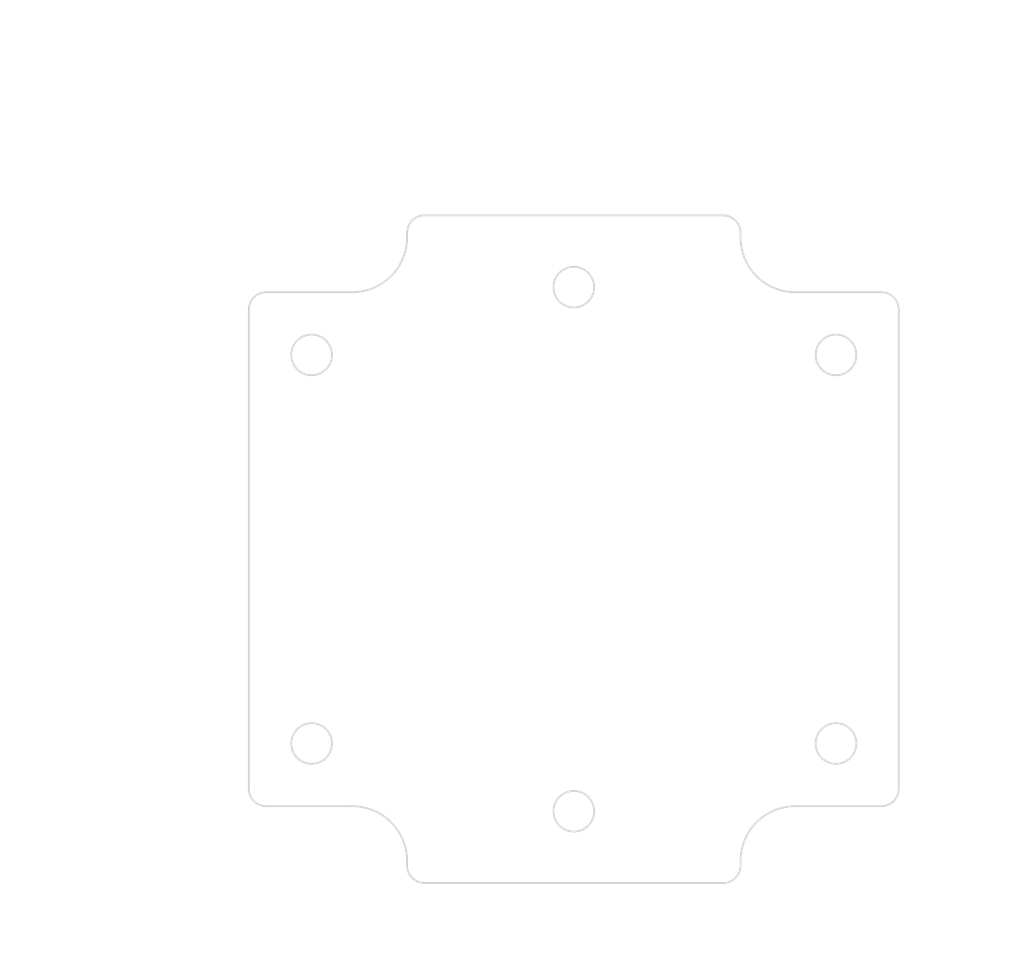
<source format=kicad_pcb>
(kicad_pcb (version 20171130) (host pcbnew "(5.1.0)-1")

  (general
    (thickness 1.6)
    (drawings 81)
    (tracks 0)
    (zones 0)
    (modules 0)
    (nets 1)
  )

  (page A4)
  (layers
    (0 F.Cu signal)
    (31 B.Cu signal)
    (32 B.Adhes user)
    (33 F.Adhes user)
    (34 B.Paste user)
    (35 F.Paste user)
    (36 B.SilkS user)
    (37 F.SilkS user)
    (38 B.Mask user)
    (39 F.Mask user)
    (40 Dwgs.User user)
    (41 Cmts.User user)
    (42 Eco1.User user)
    (43 Eco2.User user)
    (44 Edge.Cuts user)
    (45 Margin user)
    (46 B.CrtYd user)
    (47 F.CrtYd user)
    (48 B.Fab user)
    (49 F.Fab user)
  )

  (setup
    (last_trace_width 0.25)
    (trace_clearance 0.2)
    (zone_clearance 0.508)
    (zone_45_only no)
    (trace_min 0.2)
    (via_size 0.8)
    (via_drill 0.4)
    (via_min_size 0.4)
    (via_min_drill 0.3)
    (uvia_size 0.3)
    (uvia_drill 0.1)
    (uvias_allowed no)
    (uvia_min_size 0.2)
    (uvia_min_drill 0.1)
    (edge_width 0.05)
    (segment_width 0.2)
    (pcb_text_width 0.3)
    (pcb_text_size 1.5 1.5)
    (mod_edge_width 0.12)
    (mod_text_size 1 1)
    (mod_text_width 0.15)
    (pad_size 1.524 1.524)
    (pad_drill 0.762)
    (pad_to_mask_clearance 0.051)
    (solder_mask_min_width 0.25)
    (aux_axis_origin 0 0)
    (visible_elements FFFFFF7F)
    (pcbplotparams
      (layerselection 0x010fc_ffffffff)
      (usegerberextensions false)
      (usegerberattributes false)
      (usegerberadvancedattributes false)
      (creategerberjobfile false)
      (excludeedgelayer true)
      (linewidth 0.152400)
      (plotframeref false)
      (viasonmask false)
      (mode 1)
      (useauxorigin false)
      (hpglpennumber 1)
      (hpglpenspeed 20)
      (hpglpendiameter 15.000000)
      (psnegative false)
      (psa4output false)
      (plotreference true)
      (plotvalue true)
      (plotinvisibletext false)
      (padsonsilk false)
      (subtractmaskfromsilk false)
      (outputformat 1)
      (mirror false)
      (drillshape 1)
      (scaleselection 1)
      (outputdirectory ""))
  )

  (net 0 "")

  (net_class Default "This is the default net class."
    (clearance 0.2)
    (trace_width 0.25)
    (via_dia 0.8)
    (via_drill 0.4)
    (uvia_dia 0.3)
    (uvia_drill 0.1)
  )

  (gr_line (start 170.105192 138.609566) (end 170.105192 139.109566) (layer Edge.Cuts) (width 0.2))
  (gr_arc (start 168.163754 139.109566) (end 168.163754 141.051004) (angle -90) (layer Edge.Cuts) (width 0.2))
  (gr_line (start 168.163754 141.051004) (end 135.163754 141.051004) (layer Edge.Cuts) (width 0.2))
  (gr_circle (center 151.663754 133.109566) (end 153.913754 133.109566) (layer Edge.Cuts) (width 0.2))
  (gr_line (start 187.605192 130.609566) (end 187.605192 77.609566) (layer Edge.Cuts) (width 0.2))
  (gr_arc (start 185.663754 130.609566) (end 185.663754 132.551004) (angle -90) (layer Edge.Cuts) (width 0.2))
  (gr_line (start 185.663754 132.551004) (end 176.163754 132.551004) (layer Edge.Cuts) (width 0.2))
  (gr_arc (start 176.163754 138.609566) (end 176.163754 132.551004) (angle -90) (layer Edge.Cuts) (width 0.2))
  (gr_circle (center 180.663754 125.609566) (end 182.913754 125.609566) (layer Edge.Cuts) (width 0.2))
  (gr_line (start 133.222316 138.609566) (end 133.222316 139.109566) (layer Edge.Cuts) (width 0.2))
  (gr_arc (start 135.163754 139.109566) (end 133.222316 139.109566) (angle -90) (layer Edge.Cuts) (width 0.2))
  (gr_line (start 115.722316 77.609566) (end 115.722316 130.609566) (layer Edge.Cuts) (width 0.2))
  (gr_arc (start 117.663754 130.609566) (end 115.722316 130.609566) (angle -90) (layer Edge.Cuts) (width 0.2))
  (gr_line (start 117.663754 132.551004) (end 127.163754 132.551004) (layer Edge.Cuts) (width 0.2))
  (gr_arc (start 127.163754 138.609566) (end 133.222316 138.609566) (angle -90) (layer Edge.Cuts) (width 0.2))
  (gr_circle (center 122.663754 125.609566) (end 124.913754 125.609566) (layer Edge.Cuts) (width 0.2))
  (gr_line (start 170.105192 69.609566) (end 170.105192 69.109566) (layer Edge.Cuts) (width 0.2))
  (gr_arc (start 168.163754 69.109566) (end 170.105192 69.109566) (angle -90) (layer Edge.Cuts) (width 0.2))
  (gr_line (start 168.163754 67.168128) (end 135.163754 67.168128) (layer Edge.Cuts) (width 0.2))
  (gr_circle (center 151.663754 75.109566) (end 153.913754 75.109566) (layer Edge.Cuts) (width 0.2))
  (gr_arc (start 185.663754 77.609566) (end 187.605192 77.609566) (angle -90) (layer Edge.Cuts) (width 0.2))
  (gr_line (start 185.663754 75.668128) (end 176.163754 75.668128) (layer Edge.Cuts) (width 0.2))
  (gr_arc (start 176.163754 69.609566) (end 170.105192 69.609566) (angle -90) (layer Edge.Cuts) (width 0.2))
  (gr_circle (center 180.663754 82.609566) (end 182.913754 82.609566) (layer Edge.Cuts) (width 0.2))
  (gr_line (start 133.222316 69.609566) (end 133.222316 69.109566) (layer Edge.Cuts) (width 0.2))
  (gr_arc (start 135.163754 69.109566) (end 135.163754 67.168128) (angle -90) (layer Edge.Cuts) (width 0.2))
  (gr_arc (start 117.663754 77.609566) (end 117.663754 75.668128) (angle -90) (layer Edge.Cuts) (width 0.2))
  (gr_line (start 117.663754 75.668128) (end 127.163754 75.668128) (layer Edge.Cuts) (width 0.2))
  (gr_arc (start 127.163754 69.609566) (end 127.163754 75.668128) (angle -90) (layer Edge.Cuts) (width 0.2))
  (gr_circle (center 122.663754 82.609566) (end 124.913754 82.609566) (layer Edge.Cuts) (width 0.2))
  (gr_line (start 180.663754 125.699566) (end 180.663754 125.519566) (layer Dwgs.User) (width 0.2))
  (gr_line (start 180.573754 125.609566) (end 180.753754 125.609566) (layer Dwgs.User) (width 0.2))
  (gr_text " ∅4.50\n[∅0.18]" (at 196.672572 133.978986) (layer Dwgs.User)
    (effects (font (size 1.7 1.53) (thickness 0.2125)))
  )
  (gr_line (start 190.135703 133.978986) (end 183.848593 128.423691) (layer Dwgs.User) (width 0.2))
  (gr_line (start 192.135703 133.978986) (end 190.135703 133.978986) (layer Dwgs.User) (width 0.2))
  (gr_text [R0.24] (at 188.962505 144.656001) (layer Dwgs.User)
    (effects (font (size 1.7 1.53) (thickness 0.2125)))
  )
  (gr_text " R6.06" (at 188.962505 141.098565) (layer Dwgs.User)
    (effects (font (size 1.7 1.53) (thickness 0.2125)))
  )
  (gr_line (start 182.491734 142.76654) (end 172.771644 136.381222) (layer Dwgs.User) (width 0.2))
  (gr_line (start 184.491734 142.76654) (end 182.491734 142.76654) (layer Dwgs.User) (width 0.2))
  (gr_text [2.28] (at 151.663754 149.499027) (layer Dwgs.User)
    (effects (font (size 1.7 1.53) (thickness 0.2125)))
  )
  (gr_text " 58.00" (at 151.663754 145.941592) (layer Dwgs.User)
    (effects (font (size 1.7 1.53) (thickness 0.2125)))
  )
  (gr_line (start 178.663754 147.609566) (end 155.708365 147.609566) (layer Dwgs.User) (width 0.2))
  (gr_line (start 124.663754 147.609566) (end 147.619143 147.609566) (layer Dwgs.User) (width 0.2))
  (gr_line (start 180.663754 126.609566) (end 180.663754 150.784566) (layer Dwgs.User) (width 0.2))
  (gr_line (start 122.663754 126.609566) (end 122.663754 150.784566) (layer Dwgs.User) (width 0.2))
  (gr_text [2.28] (at 99.663754 110.199352) (layer Dwgs.User)
    (effects (font (size 1.7 1.53) (thickness 0.2125)))
  )
  (gr_text " 58.00" (at 99.663754 106.641917) (layer Dwgs.User)
    (effects (font (size 1.7 1.53) (thickness 0.2125)))
  )
  (gr_line (start 99.663754 77.109566) (end 99.663754 104.752455) (layer Dwgs.User) (width 0.2))
  (gr_line (start 99.663754 131.109566) (end 99.663754 111.867326) (layer Dwgs.User) (width 0.2))
  (gr_line (start 150.663754 75.109566) (end 96.488754 75.109566) (layer Dwgs.User) (width 0.2))
  (gr_line (start 150.663754 133.109566) (end 96.488754 133.109566) (layer Dwgs.User) (width 0.2))
  (gr_text [1.69] (at 111.454649 110.123949) (layer Dwgs.User)
    (effects (font (size 1.7 1.53) (thickness 0.2125)))
  )
  (gr_text " 43.00" (at 111.454649 106.565934) (layer Dwgs.User)
    (effects (font (size 1.7 1.53) (thickness 0.2125)))
  )
  (gr_line (start 111.454649 123.609566) (end 111.454649 111.792503) (layer Dwgs.User) (width 0.2))
  (gr_line (start 111.454649 84.609566) (end 111.454649 104.676472) (layer Dwgs.User) (width 0.2))
  (gr_line (start 121.663754 125.609566) (end 108.279649 125.609566) (layer Dwgs.User) (width 0.2))
  (gr_line (start 121.663754 82.609566) (end 108.279649 82.609566) (layer Dwgs.User) (width 0.2))
  (gr_text [2.24] (at 105.799413 102.809844) (layer Dwgs.User)
    (effects (font (size 1.7 1.53) (thickness 0.2125)))
  )
  (gr_text " 56.88" (at 105.799413 99.252409) (layer Dwgs.User)
    (effects (font (size 1.7 1.53) (thickness 0.2125)))
  )
  (gr_line (start 105.799413 130.551004) (end 105.799413 104.477818) (layer Dwgs.User) (width 0.2))
  (gr_line (start 105.799413 77.668128) (end 105.799413 97.362947) (layer Dwgs.User) (width 0.2))
  (gr_line (start 116.663754 132.551004) (end 102.624413 132.551004) (layer Dwgs.User) (width 0.2))
  (gr_line (start 116.663754 75.668128) (end 102.624413 75.668128) (layer Dwgs.User) (width 0.2))
  (gr_text [2.91] (at 92.226847 103.036053) (layer Dwgs.User)
    (effects (font (size 1.7 1.53) (thickness 0.2125)))
  )
  (gr_text " 73.88" (at 92.226847 99.478038) (layer Dwgs.User)
    (effects (font (size 1.7 1.53) (thickness 0.2125)))
  )
  (gr_line (start 92.226847 139.051004) (end 92.226847 104.704607) (layer Dwgs.User) (width 0.2))
  (gr_line (start 92.226847 69.168128) (end 92.226847 97.588577) (layer Dwgs.User) (width 0.2))
  (gr_line (start 134.163754 141.051004) (end 89.051847 141.051004) (layer Dwgs.User) (width 0.2))
  (gr_line (start 134.163754 67.168128) (end 89.051847 67.168128) (layer Dwgs.User) (width 0.2))
  (gr_text [1.45] (at 151.663754 60.999027) (layer Dwgs.User)
    (effects (font (size 1.7 1.53) (thickness 0.2125)))
  )
  (gr_text " 36.88" (at 151.663754 57.441012) (layer Dwgs.User)
    (effects (font (size 1.7 1.53) (thickness 0.2125)))
  )
  (gr_line (start 168.105192 59.109566) (end 155.713004 59.109566) (layer Dwgs.User) (width 0.2))
  (gr_line (start 135.222316 59.109566) (end 147.614504 59.109566) (layer Dwgs.User) (width 0.2))
  (gr_line (start 170.105192 68.109566) (end 170.105192 55.934566) (layer Dwgs.User) (width 0.2))
  (gr_line (start 133.222316 68.109566) (end 133.222316 55.934566) (layer Dwgs.User) (width 0.2))
  (gr_text [2.83] (at 151.663754 48.499757) (layer Dwgs.User)
    (effects (font (size 1.7 1.53) (thickness 0.2125)))
  )
  (gr_text " 71.88" (at 151.663754 44.942321) (layer Dwgs.User)
    (effects (font (size 1.7 1.53) (thickness 0.2125)))
  )
  (gr_line (start 185.605192 46.610295) (end 155.713004 46.610295) (layer Dwgs.User) (width 0.2))
  (gr_line (start 117.722316 46.610295) (end 147.614504 46.610295) (layer Dwgs.User) (width 0.2))
  (gr_line (start 187.605192 76.609566) (end 187.605192 43.435295) (layer Dwgs.User) (width 0.2))
  (gr_line (start 115.722316 76.609566) (end 115.722316 43.435295) (layer Dwgs.User) (width 0.2))

)

</source>
